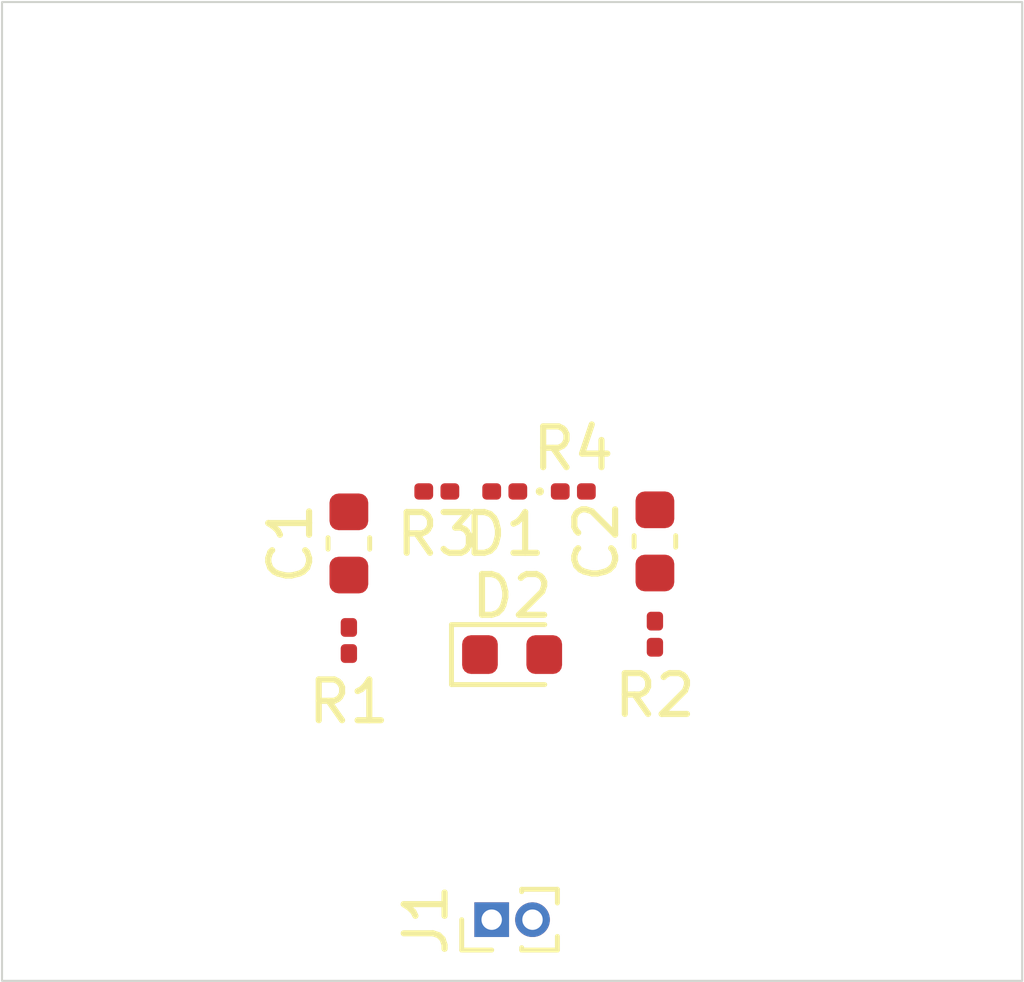
<source format=kicad_pcb>
(kicad_pcb (version 20241229) (generator "pcbnew") (generator_version "9.0")
  (layers (0 "F.Cu" signal) (2 "B.Cu" signal) (13 "F.Paste" user) (15 "B.Paste" user) (5 "F.SilkS" user "F.Silkscreen") (7 "B.SilkS" user "B.Silkscreen") (1 "F.Mask" user) (3 "B.Mask" user) (25 "Edge.Cuts" user))
  (net 0 "")
  (net 1 "Net-(D1-A)")
  (net 2 "Net-(D1-K)")
  (net 3 "Vin")
  (net 4 "GND")
  (net 5 "Net-(C1-Pad1)")
  (net 6 "Net-(C2-Pad1)")
  (footprint "Resistor_SMD:R_0201_0603Metric" (layer "F.Cu") (at 146.5 96)
    (property "Reference" "R4" (at 0 -1.05 0) (layer "F.SilkS"))
    (property "Value" "R")
    (pad "1" smd roundrect (at -0.32 0) (size 0.46 0.4) (layers "F.Cu" "F.Mask") (net 2 "Net-(D1-K)"))
    (pad "2" smd roundrect (at 0.32 0) (size 0.46 0.4) (layers "F.Cu" "F.Mask") (net 6 "Net-(C2-Pad1)"))
  )
  (footprint "Capacitor_SMD:C_0603_1608Metric" (layer "F.Cu") (at 141 97.275 90)
    (property "Reference" "C1" (at 0 -1.43 90) (layer "F.SilkS"))
    (property "Value" "C")
    (fp_line (start -0.14058 -0.51) (end 0.14058 -0.51) (stroke (width 0.12)) (layer "F.SilkS"))
    (fp_line (start -0.14058 0.51) (end 0.14058 0.51) (stroke (width 0.12)) (layer "F.SilkS"))
    (pad "1" smd roundrect (at -0.775 0 90) (size 0.9 0.95) (layers "F.Cu" "F.Mask" "F.Paste") (net 5 "Net-(C1-Pad1)"))
    (pad "2" smd roundrect (at 0.775 0 90) (size 0.9 0.95) (layers "F.Cu" "F.Mask" "F.Paste") (net 3 "Vin"))
  )
  (footprint "Resistor_SMD:R_0201_0603Metric" (layer "F.Cu") (at 148.5 99.5 -90)
    (property "Reference" "R2" (at 1.5 0 0) (layer "F.SilkS"))
    (property "Value" "R" (hide yes))
    (pad "1" smd roundrect (at -0.32 0 270) (size 0.46 0.4) (layers "F.Cu" "F.Mask") (net 6 "Net-(C2-Pad1)"))
    (pad "2" smd roundrect (at 0.32 0 270) (size 0.46 0.4) (layers "F.Cu" "F.Mask") (net 4 "GND"))
  )
  (footprint "Capacitor_SMD:C_0603_1608Metric" (layer "F.Cu") (at 148.5 97.225 90)
    (property "Reference" "C2" (at 0 -1.43 90) (layer "F.SilkS"))
    (property "Value" "C")
    (fp_line (start -0.14058 -0.51) (end 0.14058 -0.51) (stroke (width 0.12)) (layer "F.SilkS"))
    (fp_line (start -0.14058 0.51) (end 0.14058 0.51) (stroke (width 0.12)) (layer "F.SilkS"))
    (pad "1" smd roundrect (at -0.775 0 90) (size 0.9 0.95) (layers "F.Cu" "F.Mask" "F.Paste") (net 6 "Net-(C2-Pad1)"))
    (pad "2" smd roundrect (at 0.775 0 90) (size 0.9 0.95) (layers "F.Cu" "F.Mask" "F.Paste") (net 4 "GND"))
  )
  (footprint "Resistor_SMD:R_0201_0603Metric" (layer "F.Cu") (at 141 99.655 -90)
    (property "Reference" "R1" (at 1.5 0 0) (layer "F.SilkS"))
    (property "Value" "R" (hide yes))
    (pad "1" smd roundrect (at -0.32 0 270) (size 0.46 0.4) (layers "F.Cu" "F.Mask") (net 5 "Net-(C1-Pad1)"))
    (pad "2" smd roundrect (at 0.32 0 270) (size 0.46 0.4) (layers "F.Cu" "F.Mask") (net 3 "Vin"))
  )
  (footprint "Resistor_SMD:R_0201_0603Metric" (layer "F.Cu") (at 143.155 96 180)
    (property "Reference" "R3" (at 0 -1.05 0) (layer "F.SilkS"))
    (property "Value" "R")
    (pad "1" smd roundrect (at -0.32 0 180) (size 0.46 0.4) (layers "F.Cu" "F.Mask") (net 1 "Net-(D1-A)"))
    (pad "2" smd roundrect (at 0.32 0 180) (size 0.46 0.4) (layers "F.Cu" "F.Mask") (net 5 "Net-(C1-Pad1)"))
  )
  (footprint "LED_SMD:LED_0201_0603Metric" (layer "F.Cu") (at 144.82 96 180)
    (property "Reference" "D1" (at 0 -1.05 0) (layer "F.SilkS"))
    (property "Value" "LED" (hide yes))
    (fp_circle (center -0.86 0) (end -0.81 0) (stroke (width 0.1)) (fill no) (layer "F.SilkS"))
    (pad "1" smd roundrect (at -0.32 0 180) (size 0.46 0.4) (layers "F.Cu" "F.Mask") (net 2 "Net-(D1-K)"))
    (pad "2" smd roundrect (at 0.32 0 180) (size 0.46 0.4) (layers "F.Cu" "F.Mask") (net 1 "Net-(D1-A)"))
  )
  (footprint "Diode_SMD:D_0603_1608Metric" (layer "F.Cu") (at 145 100)
    (property "Reference" "D2" (at 0 -1.43 0) (layer "F.SilkS"))
    (property "Value" "D_Zener")
    (fp_line (start -1.485 -0.735) (end -1.485 0.735) (stroke (width 0.12)) (layer "F.SilkS"))
    (fp_line (start -1.485 0.735) (end 0.8 0.735) (stroke (width 0.12)) (layer "F.SilkS"))
    (fp_line (start 0.8 -0.735) (end -1.485 -0.735) (stroke (width 0.12)) (layer "F.SilkS"))
    (pad "1" smd roundrect (at -0.7875 0) (size 0.875 0.95) (layers "F.Cu" "F.Mask" "F.Paste") (net 3 "Vin"))
    (pad "2" smd roundrect (at 0.7875 0) (size 0.875 0.95) (layers "F.Cu" "F.Mask" "F.Paste") (net 4 "GND"))
  )
  (footprint "Connector_PinHeader_1.00mm:PinHeader_1x02_P1.00mm_Vertical" (layer "F.Cu") (at 144.5 106.5 90)
    (property "Reference" "J1" (at 0 -1.61 90) (layer "F.SilkS"))
    (property "Value" "Conn_01x02_Pin" (hide yes))
    (fp_line (start -0.745 -0.735) (end 0 -0.735) (stroke (width 0.12)) (layer "F.SilkS"))
    (fp_line (start -0.745 0) (end -0.745 -0.735) (stroke (width 0.12)) (layer "F.SilkS"))
    (fp_line (start 0.745 0.735) (end 0.745 1.61) (stroke (width 0.12)) (layer "F.SilkS"))
    (fp_line (start 0.685565 0.735) (end 0.745 0.735) (stroke (width 0.12)) (layer "F.SilkS"))
    (fp_line (start -0.745 0.735) (end -0.685565 0.735) (stroke (width 0.12)) (layer "F.SilkS"))
    (fp_line (start -0.745 0.735) (end -0.745 1.61) (stroke (width 0.12)) (layer "F.SilkS"))
    (fp_line (start 0.41003 1.61) (end 0.745 1.61) (stroke (width 0.12)) (layer "F.SilkS"))
    (fp_line (start -0.745 1.61) (end -0.41003 1.61) (stroke (width 0.12)) (layer "F.SilkS"))
    (pad "1" thru_hole rect (at 0 0 90) (size 0.85 0.85) (drill 0.5) (layers "*.Cu" "*.Mask") (net 3 "Vin"))
    (pad "2" thru_hole circle (at 0 1 90) (size 0.85 0.85) (drill 0.5) (layers "*.Cu" "*.Mask") (net 4 "GND"))
  )
  (gr_rect (start 132.5 84) (end 157.5 108) (stroke (width 0.05)) (fill no) (layer "Edge.Cuts"))
)
</source>
